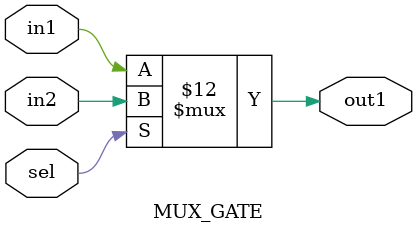
<source format=v>

`ifdef __ICARUS__
  `define _SIM_HAVE_CLOG2
`endif
`ifdef VERILATOR
  `define _SIM_HAVE_CLOG2
`endif
`ifdef MODEL_TECH
  `define _SIM_HAVE_CLOG2
`endif
`ifdef VCS
  `define _SIM_HAVE_CLOG2
`endif
`ifdef NCVERILOG
  `define _SIM_HAVE_CLOG2
`endif
`ifdef XILINX_SIMULATOR
  `define _SIM_HAVE_CLOG2
`endif
`ifdef XILINX_ISIM
  `define _SIM_HAVE_CLOG2
`endif

`timescale 1ns / 1ps
module constant_value(out1);
  parameter BITSIZE_out1=1, value=1'b0;
  // OUT
  output [BITSIZE_out1-1:0] out1;
  assign out1 = value;
endmodule

// This component is part of the BAMBU/PANDA IP LIBRARY
// Copyright (C) 2004-2020 Politecnico di Milano
// Author(s): Fabrizio Ferrandi <fabrizio.ferrandi@polimi.it>
// License: PANDA_LGPLv3
`timescale 1ns / 1ps
module REG_STD(clock, reset, in1, wenable, out1);
  parameter BITSIZE_in1=1, BITSIZE_out1=1;
  // IN
  input clock;
  input reset;
  input [BITSIZE_in1-1:0] in1;
  input wenable;
  // OUT
  output [BITSIZE_out1-1:0] out1;
  reg [BITSIZE_out1-1:0] reg_out1 =0;
  assign out1 = reg_out1;
  always @(posedge clock)
    reg_out1 <= in1;

endmodule

// This component is part of the BAMBU/PANDA IP LIBRARY
// Copyright (C) 2004-2020 Politecnico di Milano
// Author(s): Fabrizio Ferrandi <fabrizio.ferrandi@polimi.it>
// License: PANDA_LGPLv3
`timescale 1ns / 1ps
module cast(in1, out1);
  parameter BITSIZE_in1=1, BITSIZE_out1=1;
  // IN
  input [BITSIZE_in1-1:0] in1;
  // OUT
  output [BITSIZE_out1-1:0] out1;
  generate
  if (BITSIZE_out1 <= BITSIZE_in1)
  begin
    assign out1 = in1[BITSIZE_out1-1:0];
  end
  else
  begin
    assign out1 = {{(BITSIZE_out1-BITSIZE_in1){1'b0}},in1};
  end
  endgenerate
endmodule

// This component is part of the BAMBU/PANDA IP LIBRARY
// Copyright (C) 2004-2020 Politecnico di Milano
// Author(s): Fabrizio Ferrandi <fabrizio.ferrandi@polimi.it>
// License: PANDA_LGPLv3
`timescale 1ns / 1ps
module assignment(in1, out1);
  parameter BITSIZE_in1=1, BITSIZE_out1=1;
  // IN
  input [BITSIZE_in1-1:0] in1;
  // OUT
  output [BITSIZE_out1-1:0] out1;
  assign out1 = in1;
endmodule

// This component is part of the BAMBU/PANDA IP LIBRARY
// Copyright (C) 2016-2020 Politecnico di Milano
// Author(s): Fabrizio Ferrandi <fabrizio.ferrandi@polimi.it>
// License: PANDA_LGPLv3
`timescale 1ns / 1ps
module lut_expr_FU(in1, in2, in3, in4, in5, in6, in7, in8, in9, out1);
  parameter BITSIZE_in1=1, BITSIZE_out1=1;
  // IN
  input [BITSIZE_in1-1:0] in1;
  input in2;
  input in3;
  input in4;
  input in5;
  input in6;
  input in7;
  input in8;
  input in9;
  // OUT
  output [BITSIZE_out1-1:0] out1;
  
  reg[7:0] cleaned_in0;
  wire [7:0] in0;
  wire[BITSIZE_in1-1:0] shifted_s;
  
  assign in0 = {in9, in8, in7, in6, in5, in4, in3, in2};
  generate
  genvar i0;
  for (i0=0; i0<8; i0=i0+1)
  begin : L0
        always @(*)
        begin
           if (in0[i0] == 1'b1)
              cleaned_in0[i0] = 1'b1;
           else
              cleaned_in0[i0] = 1'b0;
        end
    end
  endgenerate
  assign shifted_s = in1 >> cleaned_in0;
  assign out1[0] = shifted_s[0];
  generate
   if(BITSIZE_out1 > 1)
     assign out1[BITSIZE_out1-1:1] = 0;
  endgenerate

endmodule

// This component is part of the BAMBU/PANDA IP LIBRARY
// Copyright (C) 2004-2020 Politecnico di Milano
// Author(s): Fabrizio Ferrandi <fabrizio.ferrandi@polimi.it>
// License: PANDA_LGPLv3
`timescale 1ns / 1ps
module BMEMORY_CTRL(clock, in1, in2, in3, in4, sel_LOAD, sel_STORE, out1, Min_oe_ram, Mout_oe_ram, Min_we_ram, Mout_we_ram, Min_addr_ram, Mout_addr_ram, M_Rdata_ram, Min_Wdata_ram, Mout_Wdata_ram, Min_data_ram_size, Mout_data_ram_size, M_DataRdy);
  parameter BITSIZE_in1=1, BITSIZE_in2=1, BITSIZE_in3=1, BITSIZE_out1=1, BITSIZE_Min_addr_ram=1, BITSIZE_Mout_addr_ram=1, BITSIZE_M_Rdata_ram=8, BITSIZE_Min_Wdata_ram=8, BITSIZE_Mout_Wdata_ram=8, BITSIZE_Min_data_ram_size=1, BITSIZE_Mout_data_ram_size=1;
  // IN
  input clock;
  input [BITSIZE_in1-1:0] in1;
  input [BITSIZE_in2-1:0] in2;
  input [BITSIZE_in3-1:0] in3;
  input in4;
  input sel_LOAD;
  input sel_STORE;
  input Min_oe_ram;
  input Min_we_ram;
  input [BITSIZE_Min_addr_ram-1:0] Min_addr_ram;
  input [BITSIZE_M_Rdata_ram-1:0] M_Rdata_ram;
  input [BITSIZE_Min_Wdata_ram-1:0] Min_Wdata_ram;
  input [BITSIZE_Min_data_ram_size-1:0] Min_data_ram_size;
  input M_DataRdy;
  // OUT
  output [BITSIZE_out1-1:0] out1;
  output Mout_oe_ram;
  output Mout_we_ram;
  output [BITSIZE_Mout_addr_ram-1:0] Mout_addr_ram;
  output [BITSIZE_Mout_Wdata_ram-1:0] Mout_Wdata_ram;
  output [BITSIZE_Mout_data_ram_size-1:0] Mout_data_ram_size;
  
  wire  [BITSIZE_in2-1:0] tmp_addr;
  wire int_sel_LOAD;
  wire int_sel_STORE;
  assign tmp_addr = in2;
  assign Mout_addr_ram = (int_sel_LOAD || int_sel_STORE) ? tmp_addr : Min_addr_ram;
  assign Mout_oe_ram = int_sel_LOAD ? 1'b1 : Min_oe_ram;
  assign Mout_we_ram = int_sel_STORE ? 1'b1 : Min_we_ram;
  assign out1 = M_Rdata_ram[BITSIZE_out1-1:0];
  assign Mout_Wdata_ram = int_sel_STORE ? in1 : Min_Wdata_ram;
  assign Mout_data_ram_size = int_sel_STORE || int_sel_LOAD ? in3[BITSIZE_in3-1:0] : Min_data_ram_size;
  assign int_sel_LOAD = sel_LOAD & in4;
  assign int_sel_STORE = sel_STORE & in4;
  // Add assertion here
  // psl default clock = (posedge clock);
  // psl ERROR_LOAD_Min_oe_ram: assert never {sel_LOAD && Min_oe_ram};
  // psl ERROR_STORE_Min_we_ram: assert never {sel_STORE && Min_we_ram};
  // psl ERROR_STORE_LOAD: assert never {sel_STORE && sel_LOAD};
endmodule

// This component is part of the BAMBU/PANDA IP LIBRARY
// Copyright (C) 2004-2020 Politecnico di Milano
// Author(s): Fabrizio Ferrandi <fabrizio.ferrandi@polimi.it>
// License: PANDA_LGPLv3
`timescale 1ns / 1ps
module bit_and(in1, in2, out1);
  parameter BITSIZE_in1=1, BITSIZE_in2=1, BITSIZE_out1=1;
  // IN
  input [BITSIZE_in1-1:0] in1;
  input [BITSIZE_in2-1:0] in2;
  // OUT
  output [BITSIZE_out1-1:0] out1;
  assign out1 = in1 & in2;
endmodule

// This component is part of the BAMBU/PANDA IP LIBRARY
// Copyright (C) 2004-2020 Politecnico di Milano
// Author(s): Fabrizio Ferrandi <fabrizio.ferrandi@polimi.it>
// License: PANDA_LGPLv3
`timescale 1ns / 1ps
module bit_or(in1, in2, out1);
  parameter BITSIZE_in1=1, BITSIZE_in2=1, BITSIZE_out1=1;
  // IN
  input [BITSIZE_in1-1:0] in1;
  input [BITSIZE_in2-1:0] in2;
  // OUT
  output [BITSIZE_out1-1:0] out1;
  assign out1 = in1 | in2;
endmodule

`timescale 1ns / 1ps
module bit_not(in1, out1);
  parameter BITSIZE_in1=1, BITSIZE_out1=1;
  // IN
  input [BITSIZE_in1-1:0] in1;
  // OUT
  output [BITSIZE_out1-1:0] out1;
  assign out1 = !in1;
endmodule

// This component is part of the BAMBU/PANDA IP LIBRARY
// Copyright (C) 2004-2020 Politecnico di Milano
// Author(s): Fabrizio Ferrandi <fabrizio.ferrandi@polimi.it>
// License: PANDA_LGPLv3
`timescale 1ns / 1ps
module bit_xor(in1, in2, out1);
  parameter BITSIZE_in1=1, BITSIZE_in2=1, BITSIZE_out1=1;
  // IN
  input [BITSIZE_in1-1:0] in1;
  input [BITSIZE_in2-1:0] in2;
  // OUT
  output [BITSIZE_out1-1:0] out1;
  assign out1 = in1 ^ in2;
endmodule


// This component is part of the BAMBU/PANDA IP LIBRARY
// Copyright (C) 2004-2020 Politecnico di Milano
// Author(s): Fabrizio Ferrandi <fabrizio.ferrandi@polimi.it>
// License: PANDA_LGPLv3
`timescale 1ns / 1ps
module ui_cond_expr_FU(in1, in2, in3, out1);
  parameter BITSIZE_in1=1, BITSIZE_in2=1, BITSIZE_in3=1, BITSIZE_out1=1;
  // IN
  input [BITSIZE_in1-1:0] in1;
  input [BITSIZE_in2-1:0] in2;
  input [BITSIZE_in3-1:0] in3;
  // OUT
  output [BITSIZE_out1-1:0] out1;
  assign out1 = in1 != 0 ? in2 : in3;
endmodule

// This component is part of the BAMBU/PANDA IP LIBRARY
// Copyright (C) 2004-2020 Politecnico di Milano
// Author(s): Fabrizio Ferrandi <fabrizio.ferrandi@polimi.it>
// License: PANDA_LGPLv3
`timescale 1ns / 1ps
module EQ_EXPR(in1, in2, out1);
  parameter BITSIZE_in1=1, BITSIZE_in2=1, BITSIZE_out1=1;
  // IN
  input [BITSIZE_in1-1:0] in1;
  input [BITSIZE_in2-1:0] in2;
  // OUT
  output [BITSIZE_out1-1:0] out1;
  assign out1 = in1 == in2;
endmodule

`timescale 1ns / 1ps
module NE_EXPR(in1, in2, out1);
  parameter BITSIZE_in1=1, BITSIZE_in2=1, BITSIZE_out1=1;
  // IN
  input [BITSIZE_in1-1:0] in1;
  input [BITSIZE_in2-1:0] in2;
  // OUT
  output [BITSIZE_out1-1:0] out1;
  assign out1 = in1 != in2;
endmodule

`timescale 1ns / 1ps
module GT_EXPR(in1, in2, out1);
  parameter BITSIZE_in1=1, BITSIZE_in2=1, BITSIZE_out1=1;
  // IN
  input [BITSIZE_in1-1:0] in1;
  input [BITSIZE_in2-1:0] in2;
  // OUT
  output [BITSIZE_out1-1:0] out1;
  assign out1 = in1 > in2;
endmodule


`timescale 1ns / 1ps
module GE_EXPR(in1, in2, out1);
  parameter BITSIZE_in1=1, BITSIZE_in2=1, BITSIZE_out1=1;
  // IN
  input [BITSIZE_in1-1:0] in1;
  input [BITSIZE_in2-1:0] in2;
  // OUT
  output [BITSIZE_out1-1:0] out1;
  assign out1 = in1 >= in2;
endmodule

`timescale 1ns / 1ps
module LT_EXPR(in1, in2, out1);
  parameter BITSIZE_in1=1, BITSIZE_in2=1, BITSIZE_out1=1;
  // IN
  input [BITSIZE_in1-1:0] in1;
  input [BITSIZE_in2-1:0] in2;
  // OUT
  output [BITSIZE_out1-1:0] out1;
  assign out1 = in1 < in2;
endmodule


`timescale 1ns / 1ps
module LE_EXPR(in1, in2, out1);
  parameter BITSIZE_in1=1, BITSIZE_in2=1, BITSIZE_out1=1;
  // IN
  input [BITSIZE_in1-1:0] in1;
  input [BITSIZE_in2-1:0] in2;
  // OUT
  output [BITSIZE_out1-1:0] out1;
  assign out1 = in1 <= in2;
endmodule

// This component is part of the BAMBU/PANDA IP LIBRARY
// Copyright (C) 2004-2020 Politecnico di Milano
// Author(s): Fabrizio Ferrandi <fabrizio.ferrandi@polimi.it>
// License: PANDA_LGPLv3
`timescale 1ns / 1ps
module LSHIFT_GATE(in1, in2, out1);
  parameter BITSIZE_in1=1, BITSIZE_in2=1, BITSIZE_out1=1, PRECISION=1;
  // IN
  input [BITSIZE_in1-1:0] in1;
  input [BITSIZE_in2-1:0] in2;
  // OUT
  output [BITSIZE_out1-1:0] out1;
  `ifndef _SIM_HAVE_CLOG2
    function integer log2;
       input integer value;
       integer temp_value;
      begin
        temp_value = value-1;
        for (log2=0; temp_value>0; log2=log2+1)
          temp_value = temp_value>>1;
      end
    endfunction
  `endif
  `ifdef _SIM_HAVE_CLOG2
    parameter arg2_bitsize = $clog2(PRECISION);
  `else
    parameter arg2_bitsize = log2(PRECISION);
  `endif
  generate
    if(BITSIZE_in2 > arg2_bitsize)
      assign out1 = in1 << in2[arg2_bitsize-1:0];
    else
      assign out1 = in1 << in2;
  endgenerate
endmodule

// This component is part of the BAMBU/PANDA IP LIBRARY
// Copyright (C) 2004-2020 Politecnico di Milano
// Author(s): Fabrizio Ferrandi <fabrizio.ferrandi@polimi.it>
// License: PANDA_LGPLv3
`timescale 1ns / 1ps
module RSHIFT_GATE(in1, in2, out1);
  parameter BITSIZE_in1=1, BITSIZE_in2=1, BITSIZE_out1=1, PRECISION=1;
  // IN
  input [BITSIZE_in1-1:0] in1;
  input [BITSIZE_in2-1:0] in2;
  // OUT
  output [BITSIZE_out1-1:0] out1;
  `ifndef _SIM_HAVE_CLOG2
    function integer log2;
       input integer value;
       integer temp_value;
      begin
        temp_value = value-1;
        for (log2=0; temp_value>0; log2=log2+1)
          temp_value = temp_value>>1;
      end
    endfunction
  `endif
  `ifdef _SIM_HAVE_CLOG2
    parameter arg2_bitsize = $clog2(PRECISION);
  `else
    parameter arg2_bitsize = log2(PRECISION);
  `endif
  generate
    if(BITSIZE_in2 > arg2_bitsize)
      assign out1 = in1 >> (in2[arg2_bitsize-1:0]);
    else
      assign out1 = in1 >> in2;
  endgenerate

endmodule

// This component is part of the BAMBU/PANDA IP LIBRARY
// Copyright (C) 2020 Politecnico di Milano
// Author(s): Fabrizio Ferrandi <fabrizio.ferrandi@polimi.it>
// License: PANDA_LGPLv3
`timescale 1ns / 1ps
module ui_extract_bit_expr_FU(in1, in2, out1);
  parameter BITSIZE_in1=1, BITSIZE_in2=1;
  // IN
  input [BITSIZE_in1-1:0] in1;
  input [BITSIZE_in2-1:0] in2;
  // OUT
  output out1;
  assign out1 = (in1 >> in2)&1;
endmodule

// This component is part of the BAMBU/PANDA IP LIBRARY
// Copyright (C) 2004-2020 Politecnico di Milano
// Author(s): Fabrizio Ferrandi <fabrizio.ferrandi@polimi.it>
// License: PANDA_LGPLv3
`timescale 1ns / 1ps
module ui_ternary_plus_expr_FU(in1, in2, in3, out1);
  parameter BITSIZE_in1=1, BITSIZE_in2=1, BITSIZE_in3=1, BITSIZE_out1=1;
  // IN
  input [BITSIZE_in1-1:0] in1;
  input [BITSIZE_in2-1:0] in2;
  input [BITSIZE_in3-1:0] in3;
  // OUT
  output [BITSIZE_out1-1:0] out1;
  assign out1 = in1 + in2 + in3;
endmodule

// This component is part of the BAMBU/PANDA IP LIBRARY
// Copyright (C) 2004-2020 Politecnico di Milano
// Author(s): Fabrizio Ferrandi <fabrizio.ferrandi@polimi.it>
// License: PANDA_LGPLv3
`timescale 1ns / 1ps
module ADD_GATE(in1, in2, out1);
  parameter BITSIZE_in1=1, BITSIZE_in2=1, BITSIZE_out1=1;
  // IN
  input [BITSIZE_in1-1:0] in1;
  input [BITSIZE_in2-1:0] in2;
  // OUT
  output [BITSIZE_out1-1:0] out1;
  assign out1 = in1 + in2;
endmodule

`timescale 1ns / 1ps
module SUB_GATE(in1, in2, out1);
  parameter BITSIZE_in1=1, BITSIZE_in2=1, BITSIZE_out1=1;
  // IN
  input [BITSIZE_in1-1:0] in1;
  input [BITSIZE_in2-1:0] in2;
  // OUT
  output [BITSIZE_out1-1:0] out1;
  assign out1 = in1 - in2;
endmodule

`timescale 1ns / 1ps
module MUL_GATE(in1, in2, out1);
  parameter BITSIZE_in1=1, BITSIZE_in2=1, BITSIZE_out1=1;
  // IN
  input [BITSIZE_in1-1:0] in1;
  input [BITSIZE_in2-1:0] in2;
  // OUT
  output [BITSIZE_out1-1:0] out1;
  assign out1 = in1 * in2;
endmodule


//This is adopted from:
// https://verilogcodes.blogspot.com/2015/11/synthesisable-verilog-code-for-division.html
`timescale 1ns / 1ps
module DIV_GATE(A,B,Res);

    //the size of input and output ports of the division module is generic.
    parameter WIDTH = 8;
    //input and output ports.
    input [WIDTH-1:0] A;
    input [WIDTH-1:0] B;
    output [WIDTH-1:0] Res;
    //internal variables    
    reg [WIDTH-1:0] Res = 0;
    reg [WIDTH-1:0] a1,b1;
    reg [WIDTH:0] p1;   
    integer i;

    always@ (A or B)
    begin
        //initialize the variables.
        a1 = A;
        b1 = B;
        p1= 0;
        for(i=0;i < WIDTH;i=i+1)    begin //start the for loop
            p1 = {p1[WIDTH-2:0],a1[WIDTH-1]};
            a1[WIDTH-1:1] = a1[WIDTH-2:0];
            p1 = p1-b1;
            if(p1[WIDTH-1] == 1)    begin
                a1[0] = 0;
                p1 = p1 + b1;   end
            else
                a1[0] = 1;
        end
        Res = a1;   
    end 

endmodule

// This component is part of the BAMBU/PANDA IP LIBRARY
// Copyright (C) 2004-2020 Politecnico di Milano
// Author(s): Fabrizio Ferrandi <fabrizio.ferrandi@polimi.it>
// License: PANDA_LGPLv3
`timescale 1ns / 1ps
module MOD_GATE(clock, in1, in2, out1);
  parameter BITSIZE_in1=1, BITSIZE_in2=1, BITSIZE_out1=1, PIPE_PARAMETER=0;
  // IN
  input clock;
  input [BITSIZE_in1-1:0] in1;
  input [BITSIZE_in2-1:0] in2;
  // OUT
  output [BITSIZE_out1-1:0] out1;
  parameter required_iterations = BITSIZE_in1 > PIPE_PARAMETER ? BITSIZE_in1 : PIPE_PARAMETER;
  parameter STEPS = ((required_iterations)/(PIPE_PARAMETER+1)) + (((required_iterations)%(PIPE_PARAMETER+1)) ? 1 : 0);
  parameter num_length = STEPS * (PIPE_PARAMETER+1);
  parameter denom_length = BITSIZE_in2+1;
  parameter temp_length = num_length+denom_length;
  parameter PIPE_PARAMETER_T = PIPE_PARAMETER > temp_length-denom_length ? temp_length-denom_length : PIPE_PARAMETER;
  parameter quot_length = temp_length - denom_length + 1;
  parameter xquot_length = quot_length < BITSIZE_out1 ? quot_length : BITSIZE_out1;
  
  wire [BITSIZE_in1-1:0] xnum;
  wire [BITSIZE_in2-1:0] xdenom;
   
  function [BITSIZE_out1-1:0] UMOD;
    input [BITSIZE_in1-1:0] fxnum;
    input [BITSIZE_in2-1:0] fxdenom;
    reg [quot_length-1:0] quot;
    integer column, j;
    reg term;
    reg [temp_length-1:0] temp;
    reg signed [denom_length:0] sum;
  begin
    temp = {temp_length{1'b0}};
    temp[num_length-1:0] = fxnum;
    sum = {denom_length+1{1'b0}};
  
    quot = {quot_length{1'b0}};
    for(j = temp_length-denom_length; j >= 0; j = j - 1)
    begin
      sum = $signed({1'b0, temp[j +: denom_length]})-$signed({2'b00, fxdenom});
      quot[j] = ~sum[denom_length];
      for(column = 0; column < denom_length; column = column + 1)
      begin
        term = ((quot[j] & sum[column])) | ((~quot[j] & temp[column+j]));
        temp[column+j] = term;
      end
    end
    UMOD = {BITSIZE_out1{1'b0}};
    UMOD[xquot_length-1:0] = temp[xquot_length-1:0];
  end
  endfunction
  
  generate
    if(PIPE_PARAMETER_T>0)
    begin
      reg [BITSIZE_out1-1:0] frem;
      reg [temp_length-1:0] temp[PIPE_PARAMETER_T-1:0];
      reg [BITSIZE_in2-1:0] xdenom_arr[PIPE_PARAMETER_T-1:0];
      reg [quot_length-1:0] quot[PIPE_PARAMETER_T-1:0];
  
      always @(temp[0] or quot[0] or xdenom_arr[0])
      begin : last_block
        reg [temp_length-1:0] t_temp;
        reg signed [denom_length:0] sum;
        reg [quot_length-1:0] t_quot;
        integer j, st;
   
        // let's start computing the output
        t_temp = temp[0];
        t_quot = quot[0];
        sum = {denom_length+1{1'b0}};
        j=0;
        for(st = STEPS-1; st >=0 ; st = st - 1)
        begin
          sum = $signed({1'b0, t_temp[(j+st) +: denom_length]})-$signed({2'b00, xdenom_arr[0]});
          t_quot[st+j] = ~sum[denom_length];
          t_temp[st+j+:denom_length] = t_quot[st+j] ? sum[denom_length-1:0] :t_temp[st+j+:denom_length];
        end
        frem = t_temp;
      end
      always @(posedge clock)
      begin : intermediate_block
        reg [temp_length-1:0] t_temp;
        reg signed [denom_length:0] sum;
        reg [quot_length-1:0] t_quot;
        integer j, st, pp;
        /// intermediate steps
        for(pp = 1; pp < PIPE_PARAMETER_T; pp = pp + 1)
        begin
          t_temp = temp[pp];
          t_quot = quot[pp];
          sum = {denom_length+1{1'b0}};
          j=pp*STEPS;
          for(st = STEPS-1; st >=0 ; st = st - 1)
          begin
            sum = $signed({1'b0, t_temp[(j+st) +: denom_length]})-$signed({2'b00, xdenom_arr[pp]});
            t_quot[st+j] = ~sum[denom_length];
            t_temp[st+j+:denom_length] = t_quot[st+j] ? sum[denom_length-1:0] :t_temp[st+j+:denom_length];
          end
          quot[pp-1] <= t_quot;
          temp[pp-1] <= t_temp;
          xdenom_arr[pp-1] <= xdenom_arr[pp]; 
        end
  
        /// first stage initialization
        t_temp = {temp_length{1'b0}};
        t_temp[num_length-1:0] = xnum;
        t_quot = {quot_length{1'b0}};
        sum = {denom_length+1{1'b0}};
        j=-STEPS+((PIPE_PARAMETER_T+1)*STEPS);
        for(st=STEPS+(temp_length-denom_length-((PIPE_PARAMETER_T+1)*STEPS)); st >=0 ; st = st - 1)
        begin
          sum = $signed({1'b0, t_temp[(j+st) +: denom_length]})-$signed({2'b00, xdenom});
          t_quot[st+j] = ~sum[denom_length];
          t_temp[st+j+:denom_length] = t_quot[st+j] ? sum[denom_length-1:0] :t_temp[st+j+:denom_length];
        end
        quot[PIPE_PARAMETER_T-1] <= t_quot;
        temp[PIPE_PARAMETER_T-1] <= t_temp;
        xdenom_arr[PIPE_PARAMETER_T-1] <= xdenom;
      end
      assign out1 = frem;
    end
    else
    begin
      wire [BITSIZE_out1-1:0] frem;
      assign frem = UMOD(xnum, xdenom);
      assign out1 = frem;
    end
  endgenerate
  
  assign xnum = in1;
  assign xdenom = in2;
endmodule

// This component is part of the BAMBU/PANDA IP LIBRARY
// Copyright (C) 2004-2020 Politecnico di Milano
// Author(s): Fabrizio Ferrandi <fabrizio.ferrandi@polimi.it>
// License: PANDA_LGPLv3
`timescale 1ns / 1ps
module MUL_GATE_SEQ(clock, in1, in2, out1);
  parameter BITSIZE_in1=1, BITSIZE_in2=1, BITSIZE_out1=1, PIPE_PARAMETER=0;
  // IN
  input clock;
  input [BITSIZE_in1-1:0] in1;
  input [BITSIZE_in2-1:0] in2;
  // OUT
  output [BITSIZE_out1-1:0] out1;
  generate
    if(PIPE_PARAMETER==1)
    begin
      reg signed [BITSIZE_out1-1:0] out1_reg;
      assign out1 = out1_reg;
      always @(posedge clock)
      begin
        out1_reg <= in1 * in2;
      end
    end
    else if(PIPE_PARAMETER>1)
    begin
      reg [BITSIZE_in1-1:0] in1_in;
      reg [BITSIZE_in2-1:0] in2_in;
      wire [BITSIZE_out1-1:0] mult_res;
      reg [BITSIZE_out1-1:0] mul [PIPE_PARAMETER-2:0];
      integer i;
      assign mult_res = in1_in * in2_in;
      always @(posedge clock)
      begin
        in1_in <= in1;
        in2_in <= in2;
        mul[PIPE_PARAMETER-2] <= mult_res;
        for (i=0; i<PIPE_PARAMETER-2; i=i+1)
          mul[i] <= mul[i+1];
      end
      assign out1 = mul[0];
    end
    else
    begin
      assign out1 = in1 * in2;
    end
  endgenerate

endmodule

// This component is part of the BAMBU/PANDA IP LIBRARY
// Copyright (C) 2004-2020 Politecnico di Milano
// Author(s): Fabrizio Ferrandi <fabrizio.ferrandi@polimi.it>
// License: PANDA_LGPLv3
`timescale 1ns / 1ps
module WIDE_MUL_GATE_SEQ(clock, in1, in2, out1);
  parameter BITSIZE_in1=1, BITSIZE_in2=1, BITSIZE_out1=1, PIPE_PARAMETER=0;
  // IN
  input clock;
  input [BITSIZE_in1-1:0] in1;
  input [BITSIZE_in2-1:0] in2;
  // OUT
  output [BITSIZE_out1-1:0] out1;
  MUL_GATE_SEQ #(.BITSIZE_in1(BITSIZE_in1), .BITSIZE_in2(BITSIZE_in2), .BITSIZE_out1(BITSIZE_out1), .PIPE_PARAMETER(PIPE_PARAMETER)) m1 (.out1(out1), .clock(clock), .in1(in1), .in2(in2));
endmodule



// This component is part of the BAMBU/PANDA IP LIBRARY
// Copyright (C) 2013-2020 Politecnico di Milano
// Author(s): Fabrizio Ferrandi <fabrizio.ferrandi@polimi.it>
// License: PANDA_LGPLv3
`timescale 1ns / 1ps
module bus_merger(in1, out1);
  parameter BITSIZE_in1=1, PORTSIZE_in1=2, BITSIZE_out1=1;
  // IN
  input [(PORTSIZE_in1*BITSIZE_in1)+(-1):0] in1;
  // OUT
  output [BITSIZE_out1-1:0] out1;
  
  function [BITSIZE_out1-1:0] merge;
    input [BITSIZE_in1*PORTSIZE_in1-1:0] m;
    reg [BITSIZE_out1-1:0] res;
    integer i1;
  begin
    res={BITSIZE_in1{1'b0}};
    for(i1 = 0; i1 < PORTSIZE_in1; i1 = i1 + 1)
    begin
      res = res | m[i1*BITSIZE_in1 +:BITSIZE_in1];
    end
    merge = res;
  end
  endfunction
  
  assign out1 = merge(in1);
endmodule

// This component is part of the BAMBU/PANDA IP LIBRARY
// Copyright (C) 2004-2020 Politecnico di Milano
// Author(s): Fabrizio Ferrandi <fabrizio.ferrandi@polimi.it>, Christian Pilato <christian.pilato@polimi.it>
// License: PANDA_LGPLv3
`timescale 1ns / 1ps
module MUX_GATE(sel, in1, in2, out1);
  parameter BITSIZE_in1=1, BITSIZE_in2=1, BITSIZE_out1=1;
  // IN
  input sel;
  input [BITSIZE_in1-1:0] in1;
  input [BITSIZE_in2-1:0] in2;
  // OUT
  output [BITSIZE_out1-1:0] out1;
  assign out1 = sel ? in2 : in1;
endmodule

</source>
